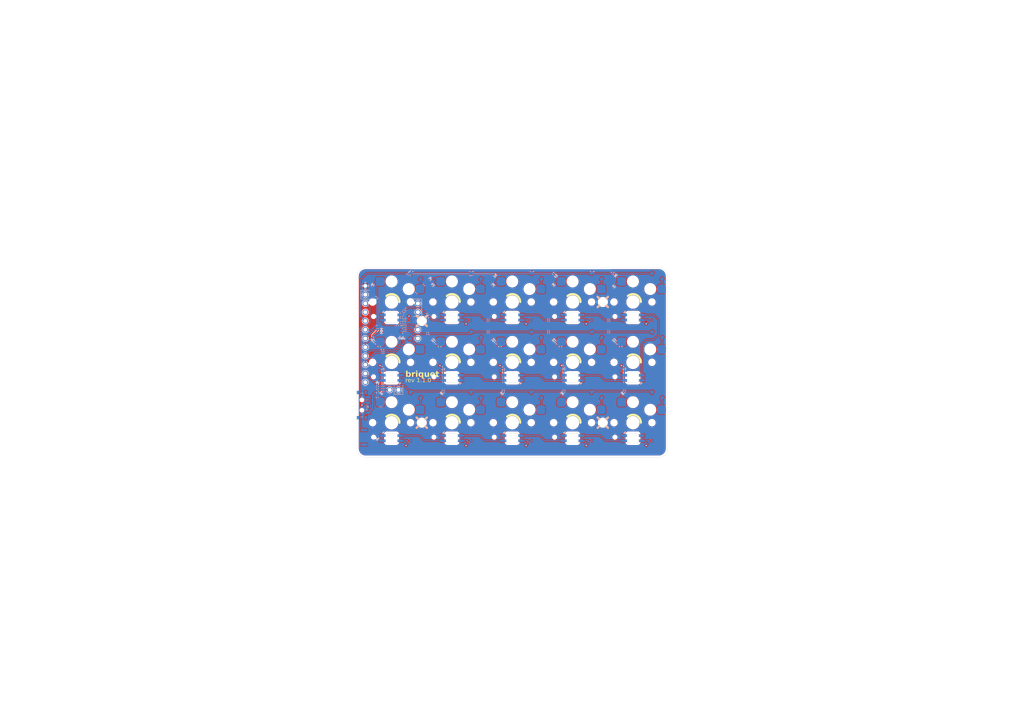
<source format=kicad_pcb>
(kicad_pcb (version 20221018) (generator pcbnew)
  (layers (0 "F.Cu" signal) (31 "B.Cu" signal) (34 "B.Paste" user) (35 "F.Paste" user) (36 "B.SilkS" user "B.Silkscreen") (37 "F.SilkS" user "F.Silkscreen") (38 "B.Mask" user) (39 "F.Mask" user) (44 "Edge.Cuts" user))
  (net 0 "")
  (net 1 "GND")
  (net 2 "+5V")
  (net 3 "Net-(D1-A)")
  (net 4 "COL01")
  (net 5 "Net-(D4-A)")
  (net 6 "COL02")
  (net 7 "Net-(D7-A)")
  (net 8 "COL03")
  (net 9 "Net-(D10-A)")
  (net 10 "COL04")
  (net 11 "Net-(D13-A)")
  (net 12 "COL05")
  (net 13 "Net-(D2-A)")
  (net 14 "Net-(D5-A)")
  (net 15 "Net-(D8-A)")
  (net 16 "Net-(D11-A)")
  (net 17 "Net-(D14-A)")
  (net 18 "Net-(D3-A)")
  (net 19 "Net-(D6-A)")
  (net 20 "Net-(D9-A)")
  (net 21 "Net-(D12-A)")
  (net 22 "Net-(D15-A)")
  (net 23 "ROW01")
  (net 24 "ROW02")
  (net 25 "ROW03")
  (net 26 "Net-(LED1-DOUT)")
  (net 27 "Net-(LED2-DOUT)")
  (net 28 "Net-(LED3-DOUT)")
  (net 29 "Net-(LED4-DOUT)")
  (net 30 "LED_DATA")
  (net 31 "Net-(LED11-DIN)")
  (net 32 "Net-(LED6-DIN)")
  (net 33 "Net-(LED7-DIN)")
  (net 34 "Net-(LED10-DIN)")
  (net 35 "Net-(LED11-DOUT)")
  (net 36 "Net-(LED12-DOUT)")
  (net 37 "Net-(LED13-DOUT)")
  (net 38 "Net-(LED14-DOUT)")
  (net 39 "RST")
  (net 40 "3.3V")
  (net 41 "BAT_IN")
  (net 43 "Net-(LED8-DIN)")
  (net 44 "Net-(LED10-DOUT)")
  (footprint "Briquet:Mount" (layer "F.Cu") (at 174.75 87.5)
    (fp_text reference "H4" hide)
    (fp_text value "MountingHole" hide)
  )
  (footprint "Briquet:Mount" (layer "F.Cu") (at 122.25 93)
    (fp_text reference "H3" hide)
    (fp_text value "MountingHole" hide)
  )
  (footprint "Briquet:Mount" (layer "F.Cu") (at 174.75 122.5)
    (fp_text reference "H2" hide)
    (fp_text value "MountingHole" hide)
  )
  (footprint "Briquet:NiceNanoCustom" (layer "F.Cu") (at 113.5 77.5)
    (fp_text reference "J1" hide)
    (fp_text value "NiceNanoCustom")
  )
  (footprint "Briquet:Mount" (layer "F.Cu") (at 122.25 122.5)
    (fp_text reference "H1" hide)
    (fp_text value "MountingHole" hide)
  )
  (footprint "Briquet:Led" (layer "B.Cu") (at 131 92 180)
    (fp_text reference "LED2" hide)
    (fp_text value "SK6812MINI" hide)
    (fp_line (start -1.675 -1.15) (end -1.675 1.15) (stroke (width 0.05)) (layer "Edge.Cuts"))
    (fp_line (start -1.35 1.475) (end 1.35 1.475) (stroke (width 0.05)) (layer "Edge.Cuts"))
    (fp_line (start 1.35 -1.475) (end -1.35 -1.475) (stroke (width 0.05)) (layer "Edge.Cuts"))
    (fp_line (start 1.675 1.15) (end 1.675 -1.15) (stroke (width 0.05)) (layer "Edge.Cuts"))
    (fp_arc (start -1.675 -1.15) (mid -1.579809 -1.379809) (end -1.35 -1.475) (stroke (width 0.05)) (layer "Edge.Cuts"))
    (fp_arc (start -1.35 1.475) (mid -1.579809 1.379809) (end -1.675 1.15) (stroke (width 0.05)) (layer "Edge.Cuts"))
    (fp_arc (start 1.35 -1.475) (mid 1.57981 -1.37981) (end 1.675 -1.15) (stroke (width 0.05)) (layer "Edge.Cuts"))
    (fp_arc (start 1.675 1.15) (mid 1.57981 1.37981) (end 1.35 1.475) (stroke (width 0.05)) (layer "Edge.Cuts"))
  )
  (footprint "Briquet:ChocHotSwap" (layer "B.Cu") (at 183.5 87.5)
    (fp_text reference "CHOC5" hide)
    (fp_text value "CHOC" hide)
  )
  (footprint "Briquet:Led" (layer "B.Cu") (at 113.5 127 180)
    (fp_text reference "LED11" hide)
    (fp_text value "SK6812MINI" hide)
    (fp_line (start -1.675 -1.15) (end -1.675 1.15) (stroke (width 0.05)) (layer "Edge.Cuts"))
    (fp_line (start -1.35 1.475) (end 1.35 1.475) (stroke (width 0.05)) (layer "Edge.Cuts"))
    (fp_line (start 1.35 -1.475) (end -1.35 -1.475) (stroke (width 0.05)) (layer "Edge.Cuts"))
    (fp_line (start 1.675 1.15) (end 1.675 -1.15) (stroke (width 0.05)) (layer "Edge.Cuts"))
    (fp_arc (start -1.675 -1.15) (mid -1.579809 -1.379809) (end -1.35 -1.475) (stroke (width 0.05)) (layer "Edge.Cuts"))
    (fp_arc (start -1.35 1.475) (mid -1.579809 1.379809) (end -1.675 1.15) (stroke (width 0.05)) (layer "Edge.Cuts"))
    (fp_arc (start 1.35 -1.475) (mid 1.57981 -1.37981) (end 1.675 -1.15) (stroke (width 0.05)) (layer "Edge.Cuts"))
    (fp_arc (start 1.675 1.15) (mid 1.57981 1.37981) (end 1.35 1.475) (stroke (width 0.05)) (layer "Edge.Cuts"))
  )
  (footprint "Diode_SMD:D_SOD-123" (layer "B.Cu") (at 173 80 -30)
    (fp_text reference "D4" hide)
    (fp_text value "D_Small")
  )
  (footprint "Capacitor_SMD:C_0402_1005Metric" (layer "B.Cu") (at 128.019998 107.5)
    (fp_text reference "C7" hide)
    (fp_text value "0.1u")
  )
  (footprint "Briquet:ChocHotSwap" (layer "B.Cu") (at 148.5 87.5)
    (fp_text reference "CHOC3" hide)
    (fp_text value "CHOC" hide)
  )
  (footprint "Briquet:Led" (layer "B.Cu") (at 113.5 92 180)
    (fp_text reference "LED1" hide)
    (fp_text value "SK6812MINI" hide)
    (fp_line (start -1.675 -1.15) (end -1.675 1.15) (stroke (width 0.05)) (layer "Edge.Cuts"))
    (fp_line (start -1.35 1.475) (end 1.35 1.475) (stroke (width 0.05)) (layer "Edge.Cuts"))
    (fp_line (start 1.35 -1.475) (end -1.35 -1.475) (stroke (width 0.05)) (layer "Edge.Cuts"))
    (fp_line (start 1.675 1.15) (end 1.675 -1.15) (stroke (width 0.05)) (layer "Edge.Cuts"))
    (fp_arc (start -1.675 -1.15) (mid -1.579809 -1.379809) (end -1.35 -1.475) (stroke (width 0.05)) (layer "Edge.Cuts"))
    (fp_arc (start -1.35 1.475) (mid -1.579809 1.379809) (end -1.675 1.15) (stroke (width 0.05)) (layer "Edge.Cuts"))
    (fp_arc (start 1.35 -1.475) (mid 1.57981 -1.37981) (end 1.675 -1.15) (stroke (width 0.05)) (layer "Edge.Cuts"))
    (fp_arc (start 1.675 1.15) (mid 1.57981 1.37981) (end 1.35 1.475) (stroke (width 0.05)) (layer "Edge.Cuts"))
  )
  (footprint "Capacitor_SMD:C_0402_1005Metric" (layer "B.Cu") (at 118.379999 92.75 180)
    (fp_text reference "C1" hide)
    (fp_text value "0.1u" hide)
  )
  (footprint "Diode_SMD:D_SOD-123" (layer "B.Cu") (at 120.5 114.5 -30)
    (fp_text reference "D11" hide)
    (fp_text value "D_Small")
  )
  (footprint "Briquet:ChocHotSwap" (layer "B.Cu") (at 148.5 105)
    (fp_text reference "CHOC8" hide)
    (fp_text value "CHOC" hide)
  )
  (footprint "Briquet:Led" (layer "B.Cu") (at 183.5 127 180)
    (fp_text reference "LED15" hide)
    (fp_text value "SK6812MINI" hide)
    (fp_line (start -1.675 -1.15) (end -1.675 1.15) (stroke (width 0.05)) (layer "Edge.Cuts"))
    (fp_line (start -1.35 1.475) (end 1.35 1.475) (stroke (width 0.05)) (layer "Edge.Cuts"))
    (fp_line (start 1.35 -1.475) (end -1.35 -1.475) (stroke (width 0.05)) (layer "Edge.Cuts"))
    (fp_line (start 1.675 1.15) (end 1.675 -1.15) (stroke (width 0.05)) (layer "Edge.Cuts"))
    (fp_arc (start -1.675 -1.15) (mid -1.579809 -1.379809) (end -1.35 -1.475) (stroke (width 0.05)) (layer "Edge.Cuts"))
    (fp_arc (start -1.35 1.475) (mid -1.579809 1.379809) (end -1.675 1.15) (stroke (width 0.05)) (layer "Edge.Cuts"))
    (fp_arc (start 1.35 -1.475) (mid 1.57981 -1.37981) (end 1.675 -1.15) (stroke (width 0.05)) (layer "Edge.Cuts"))
    (fp_arc (start 1.675 1.15) (mid 1.57981 1.37981) (end 1.35 1.475) (stroke (width 0.05)) (layer "Edge.Cuts"))
  )
  (footprint "Briquet:Led" (layer "B.Cu") (at 183.5 92 180)
    (fp_text reference "LED5" hide)
    (fp_text value "SK6812MINI" hide)
    (fp_line (start -1.675 -1.15) (end -1.675 1.15) (stroke (width 0.05)) (layer "Edge.Cuts"))
    (fp_line (start -1.35 1.475) (end 1.35 1.475) (stroke (width 0.05)) (layer "Edge.Cuts"))
    (fp_line (start 1.35 -1.475) (end -1.35 -1.475) (stroke (width 0.05)) (layer "Edge.Cuts"))
    (fp_line (start 1.675 1.15) (end 1.675 -1.15) (stroke (width 0.05)) (layer "Edge.Cuts"))
    (fp_arc (start -1.675 -1.15) (mid -1.579809 -1.379809) (end -1.35 -1.475) (stroke (width 0.05)) (layer "Edge.Cuts"))
    (fp_arc (start -1.35 1.475) (mid -1.579809 1.379809) (end -1.675 1.15) (stroke (width 0.05)) (layer "Edge.Cuts"))
    (fp_arc (start 1.35 -1.475) (mid 1.57981 -1.37981) (end 1.675 -1.15) (stroke (width 0.05)) (layer "Edge.Cuts"))
    (fp_arc (start 1.675 1.15) (mid 1.57981 1.37981) (end 1.35 1.475) (stroke (width 0.05)) (layer "Edge.Cuts"))
  )
  (footprint "Capacitor_SMD:C_0402_1005Metric" (layer "B.Cu") (at 135.98 127.75 180)
    (fp_text reference "C12" hide)
    (fp_text value "0.1u")
  )
  (footprint "Diode_SMD:D_SOD-123" (layer "B.Cu") (at 190.5 97 -30)
    (fp_text reference "D10" hide)
    (fp_text value "D_Small")
  )
  (footprint "Briquet:Led" (layer "B.Cu") (at 131 109.5)
    (fp_text reference "LED7" hide)
    (fp_text value "SK6812MINI" hide)
    (fp_line (start -1.675 -1.15) (end -1.675 1.15) (stroke (width 0.05)) (layer "Edge.Cuts"))
    (fp_line (start -1.35 1.475) (end 1.35 1.475) (stroke (width 0.05)) (layer "Edge.Cuts"))
    (fp_line (start 1.35 -1.475) (end -1.35 -1.475) (stroke (width 0.05)) (layer "Edge.Cuts"))
    (fp_line (start 1.675 1.15) (end 1.675 -1.15) (stroke (width 0.05)) (layer "Edge.Cuts"))
    (fp_arc (start -1.675 -1.15) (mid -1.579809 -1.379809) (end -1.35 -1.475) (stroke (width 0.05)) (layer "Edge.Cuts"))
    (fp_arc (start -1.35 1.475) (mid -1.579809 1.379809) (end -1.675 1.15) (stroke (width 0.05)) (layer "Edge.Cuts"))
    (fp_arc (start 1.35 -1.475) (mid 1.57981 -1.37981) (end 1.675 -1.15) (stroke (width 0.05)) (layer "Edge.Cuts"))
    (fp_arc (start 1.675 1.15) (mid 1.57981 1.37981) (end 1.35 1.475) (stroke (width 0.05)) (layer "Edge.Cuts"))
  )
  (footprint "Button_Switch_SMD:SW_Push_SPST_NO_Alps_SKRK" (layer "B.Cu") (at 105.5 126.75 -90)
    (fp_text reference "RST1" hide)
    (fp_text value "Reset Button" hide)
  )
  (footprint "Diode_SMD:D_SOD-123" (layer "B.Cu") (at 138 97 -30)
    (fp_text reference "D7" hide)
    (fp_text value "D_Small")
  )
  (footprint "Briquet:ChocHotSwap" (layer "B.Cu") (at 183.5 122.5)
    (fp_text reference "CHOC15" hide)
    (fp_text value "CHOC" hide)
  )
  (footprint "Diode_SMD:D_SOD-123" (layer "B.Cu") (at 173 97 -30)
    (fp_text reference "D9" hide)
    (fp_text value "D_Small")
  )
  (footprint "Capacitor_SMD:C_0402_1005Metric" (layer "B.Cu") (at 118.48 127.75 180)
    (fp_text reference "C11" hide)
    (fp_text value "0.1u")
  )
  (footprint "Capacitor_SMD:C_0402_1005Metric" (layer "B.Cu") (at 170.88 92.75 180)
    (fp_text reference "C4" hide)
    (fp_text value "0.1u")
  )
  (footprint "Diode_SMD:D_SOD-123" (layer "B.Cu") (at 173 114.5 -30)
    (fp_text reference "D14" hide)
    (fp_text value "D_Small")
  )
  (footprint "Briquet:Led" (layer "B.Cu") (at 113.5 109.5)
    (fp_text reference "LED6" hide)
    (fp_text value "SK6812MINI" hide)
    (fp_line (start -1.675 -1.15) (end -1.675 1.15) (stroke (width 0.05)) (layer "Edge.Cuts"))
    (fp_line (start -1.35 1.475) (end 1.35 1.475) (stroke (width 0.05)) (layer "Edge.Cuts"))
    (fp_line (start 1.35 -1.475) (end -1.35 -1.475) (stroke (width 0.05)) (layer "Edge.Cuts"))
    (fp_line (start 1.675 1.15) (end 1.675 -1.15) (stroke (width 0.05)) (layer "Edge.Cuts"))
    (fp_arc (start -1.675 -1.15) (mid -1.579809 -1.379809) (end -1.35 -1.475) (stroke (width 0.05)) (layer "Edge.Cuts"))
    (fp_arc (start -1.35 1.475) (mid -1.579809 1.379809) (end -1.675 1.15) (stroke (width 0.05)) (layer "Edge.Cuts"))
    (fp_arc (start 1.35 -1.475) (mid 1.57981 -1.37981) (end 1.675 -1.15) (stroke (width 0.05)) (layer "Edge.Cuts"))
    (fp_arc (start 1.675 1.15) (mid 1.57981 1.37981) (end 1.35 1.475) (stroke (width 0.05)) (layer "Edge.Cuts"))
  )
  (footprint "Briquet:ChocHotSwap" (layer "B.Cu") (at 131 105)
    (fp_text reference "CHOC7" hide)
    (fp_text value "CHOC" hide)
  )
  (footprint "Briquet:BatConnection" (layer "B.Cu") (at 115.4975 113 -90)
    (fp_text reference "J2" hide)
    (fp_text value "Conn_01x02")
  )
  (footprint "Briquet:ChocHotSwap" (layer "B.Cu") (at 113.5 122.5)
    (fp_text reference "CHOC11" hide)
    (fp_text value "CHOC" hide)
  )
  (footprint "Diode_SMD:D_SOD-123" (layer "B.Cu") (at 190.5 80 -30)
    (fp_text reference "D5" hide)
    (fp_text value "D_Small")
  )
  (footprint "Briquet:Led" (layer "B.Cu") (at 183.5 109.5)
    (fp_text reference "LED10" hide)
    (fp_text value "SK6812MINI" hide)
    (fp_line (start -1.675 -1.15) (end -1.675 1.15) (stroke (width 0.05)) (layer "Edge.Cuts"))
    (fp_line (start -1.35 1.475) (end 1.35 1.475) (stroke (width 0.05)) (layer "Edge.Cuts"))
    (fp_line (start 1.35 -1.475) (end -1.35 -1.475) (stroke (width 0.05)) (layer "Edge.Cuts"))
    (fp_line (start 1.675 1.15) (end 1.675 -1.15) (stroke (width 0.05)) (layer "Edge.Cuts"))
    (fp_arc (start -1.675 -1.15) (mid -1.579809 -1.379809) (end -1.35 -1.475) (stroke (width 0.05)) (layer "Edge.Cuts"))
    (fp_arc (start -1.35 1.475) (mid -1.579809 1.379809) (end -1.675 1.15) (stroke (width 0.05)) (layer "Edge.Cuts"))
    (fp_arc (start 1.35 -1.475) (mid 1.57981 -1.37981) (end 1.675 -1.15) (stroke (width 0.05)) (layer "Edge.Cuts"))
    (fp_arc (start 1.675 1.15) (mid 1.57981 1.37981) (end 1.35 1.475) (stroke (width 0.05)) (layer "Edge.Cuts"))
  )
  (footprint "Capacitor_SMD:C_0402_1005Metric" (layer "B.Cu") (at 153.38 92.749999 180)
    (fp_text reference "C3" hide)
    (fp_text value "0.1u")
  )
  (footprint "Briquet:ChocHotSwap" (layer "B.Cu") (at 148.5 122.5)
    (fp_text reference "CHOC13" hide)
    (fp_text value "CHOC" hide)
  )
  (footprint "Briquet:Led" (layer "B.Cu") (at 131 127 180)
    (fp_text reference "LED12" hide)
    (fp_text value "SK6812MINI" hide)
    (fp_line (start -1.675 -1.15) (end -1.675 1.15) (stroke (width 0.05)) (layer "Edge.Cuts"))
    (fp_line (start -1.35 1.475) (end 1.35 1.475) (stroke (width 0.05)) (layer "Edge.Cuts"))
    (fp_line (start 1.35 -1.475) (end -1.35 -1.475) (stroke (width 0.05)) (layer "Edge.Cuts"))
    (fp_line (start 1.675 1.15) (end 1.675 -1.15) (stroke (width 0.05)) (layer "Edge.Cuts"))
    (fp_arc (start -1.675 -1.15) (mid -1.579809 -1.379809) (end -1.35 -1.475) (stroke (width 0.05)) (layer "Edge.Cuts"))
    (fp_arc (start -1.35 1.475) (mid -1.579809 1.379809) (end -1.675 1.15) (stroke (width 0.05)) (layer "Edge.Cuts"))
    (fp_arc (start 1.35 -1.475) (mid 1.57981 -1.37981) (end 1.675 -1.15) (stroke (width 0.05)) (layer "Edge.Cuts"))
    (fp_arc (start 1.675 1.15) (mid 1.57981 1.37981) (end 1.35 1.475) (stroke (width 0.05)) (layer "Edge.Cuts"))
  )
  (footprint "Briquet:Led" (layer "B.Cu") (at 148.5 109.5)
    (fp_text reference "LED8" hide)
    (fp_text value "SK6812MINI" hide)
    (fp_line (start -1.675 -1.15) (end -1.675 1.15) (stroke (width 0.05)) (layer "Edge.Cuts"))
    (fp_line (start -1.35 1.475) (end 1.35 1.475) (stroke (width 0.05)) (layer "Edge.Cuts"))
    (fp_line (start 1.35 -1.475) (end -1.35 -1.475) (stroke (width 0.05)) (layer "Edge.Cuts"))
    (fp_line (start 1.675 1.15) (end 1.675 -1.15) (stroke (width 0.05)) (layer "Edge.Cuts"))
    (fp_arc (start -1.675 -1.15) (mid -1.579809 -1.379809) (end -1.35 -1.475) (stroke (width 0.05)) (layer "Edge.Cuts"))
    (fp_arc (start -1.35 1.475) (mid -1.579809 1.379809) (end -1.675 1.15) (stroke (width 0.05)) (layer "Edge.Cuts"))
    (fp_arc (start 1.35 -1.475) (mid 1.57981 -1.37981) (end 1.675 -1.15) (stroke (width 0.05)) (layer "Edge.Cuts"))
    (fp_arc (start 1.675 1.15) (mid 1.57981 1.37981) (end 1.35 1.475) (stroke (width 0.05)) (layer "Edge.Cuts"))
  )
  (footprint "Briquet:Led" (layer "B.Cu") (at 148.5 127 180)
    (fp_text reference "LED13" hide)
    (fp_text value "SK6812MINI" hide)
    (fp_line (start -1.675 -1.15) (end -1.675 1.15) (stroke (width 0.05)) (layer "Edge.Cuts"))
    (fp_line (start -1.35 1.475) (end 1.35 1.475) (stroke (width 0.05)) (layer "Edge.Cuts"))
    (fp_line (start 1.35 -1.475) (end -1.35 -1.475) (stroke (width 0.05)) (layer "Edge.Cuts"))
    (fp_line (start 1.675 1.15) (end 1.675 -1.15) (stroke (width 0.05)) (layer "Edge.Cuts"))
    (fp_arc (start -1.675 -1.15) (mid -1.579809 -1.379809) (end -1.35 -1.475) (stroke (width 0.05)) (layer "Edge.Cuts"))
    (fp_arc (start -1.35 1.475) (mid -1.579809 1.379809) (end -1.675 1.15) (stroke (width 0.05)) (layer "Edge.Cuts"))
    (fp_arc (start 1.35 -1.475) (mid 1.57981 -1.37981) (end 1.675 -1.15) (stroke (width 0.05)) (layer "Edge.Cuts"))
    (fp_arc (start 1.675 1.15) (mid 1.57981 1.37981) (end 1.35 1.475) (stroke (width 0.05)) (layer "Edge.Cuts"))
  )
  (footprint "Briquet:ChocHotSwap" (layer "B.Cu") (at 113.5 105)
    (fp_text reference "CHOC6" hide)
    (fp_text value "CHOC" hide)
  )
  (footprint "Briquet:Led" (layer "B.Cu") (at 166 92 180)
    (fp_text reference "LED4" hide)
    (fp_text value "SK6812MINI" hide)
    (fp_line (start -1.675 -1.15) (end -1.675 1.15) (stroke (width 0.05)) (layer "Edge.Cuts"))
    (fp_line (start -1.35 1.475) (end 1.35 1.475) (stroke (width 0.05)) (layer "Edge.Cuts"))
    (fp_line (start 1.35 -1.475) (end -1.35 -1.475) (stroke (width 0.05)) (layer "Edge.Cuts"))
    (fp_line (start 1.675 1.15) (end 1.675 -1.15) (stroke (width 0.05)) (layer "Edge.Cuts"))
    (fp_arc (start -1.675 -1.15) (mid -1.579809 -1.379809) (end -1.35 -1.475) (stroke (width 0.05)) (layer "Edge.Cuts"))
    (fp_arc (start -1.35 1.475) (mid -1.579809 1.379809) (end -1.675 1.15) (stroke (width 0.05)) (layer "Edge.Cuts"))
    (fp_arc (start 1.35 -1.475) (mid 1.57981 -1.37981) (end 1.675 -1.15) (stroke (width 0.05)) (layer "Edge.Cuts"))
    (fp_arc (start 1.675 1.15) (mid 1.57981 1.37981) (end 1.35 1.475) (stroke (width 0.05)) (layer "Edge.Cuts"))
  )
  (footprint "Briquet:Led" (layer "B.Cu") (at 166 127 180)
    (fp_text reference "LED14" hide)
    (fp_text value "SK6812MINI" hide)
    (fp_line (start -1.675 -1.15) (end -1.675 1.15) (stroke (width 0.05)) (layer "Edge.Cuts"))
    (fp_line (start -1.35 1.475) (end 1.35 1.475) (stroke (width 0.05)) (layer "Edge.Cuts"))
    (fp_line (start 1.35 -1.475) (end -1.35 -1.475) (stroke (width 0.05)) (layer "Edge.Cuts"))
    (fp_line (start 1.675 1.15) (end 1.675 -1.15) (stroke (width 0.05)) (layer "Edge.Cuts"))
    (fp_arc (start -1.675 -1.15) (mid -1.579809 -1.379809) (end -1.35 -1.475) (stroke (width 0.05)) (layer "Edge.Cuts"))
    (fp_arc (start -1.35 1.475) (mid -1.579809 1.379809) (end -1.675 1.15) (stroke (width 0.05)) (layer "Edge.Cuts"))
    (fp_arc (start 1.35 -1.475) (mid 1.57981 -1.37981) (end 1.675 -1.15) (stroke (width 0.05)) (layer "Edge.Cuts"))
    (fp_arc (start 1.675 1.15) (mid 1.57981 1.37981) (end 1.35 1.475) (stroke (width 0.05)) (layer "Edge.Cuts"))
  )
  (footprint "Diode_SMD:D_SOD-123" (layer "B.Cu") (at 155.5 80 -30)
    (fp_text reference "D3" hide)
    (fp_text value "D_Small")
  )
  (footprint "Capacitor_SMD:C_0402_1005Metric" (layer "B.Cu") (at 135.88 92.75 180)
    (fp_text reference "C2" hide)
    (fp_text value "0.1u" hide)
  )
  (footprint "Briquet:ChocHotSwap" (layer "B.Cu") (at 166 122.5)
    (fp_text reference "CHOC14" hide)
    (fp_text value "CHOC" hide)
  )
  (footprint "Diode_SMD:D_SOD-123" (layer "B.Cu") (at 120.5 80 -30)
    (fp_text reference "D1" hide)
    (fp_text value "D_Small")
  )
  (footprint "Capacitor_SMD:C_0402_1005Metric" (layer "B.Cu") (at 145.519999 107.500001)
    (fp_text reference "C8" hide)
    (fp_text value "0.1u")
  )
  (footprint "Briquet:ChocHotSwap" (layer "B.Cu") (at 113.5 87.5)
    (fp_text reference "CHOC1" hide)
    (fp_text value "CHOC" hide)
  )
  (footprint "Capacitor_SMD:C_0402_1005Metric" (layer "B.Cu") (at 170.98 127.75 180)
    (fp_text reference "C14" hide)
    (fp_text value "0.1u")
  )
  (footprint "Briquet:ChocHotSwap" (layer "B.Cu") (at 131 122.5)
    (fp_text reference "CHOC12" hide)
    (fp_text value "CHOC" hide)
  )
  (footprint "Briquet:PCM12_dip_switch" (layer "B.Cu") (at 103.5 117.5 90)
    (fp_text reference "SW13" hide)
    (fp_text value "SW_DPDT_x2")
  )
  (footprint "Capacitor_SMD:C_0402_1005Metric" (layer "B.Cu") (at 163.02 107.5)
    (fp_text reference "C9" hide)
    (fp_text value "0.1u")
  )
  (footprint "Diode_SMD:D_SOD-123" (layer "B.Cu") (at 138 114.5 -30)
    (fp_text reference "D114,5" hide)
    (fp_text value "D_Small")
  )
  (footprint "Briquet:ChocHotSwap" (layer "B.Cu") (at 166 105)
    (fp_text reference "CHOC9" hide)
    (fp_text value "CHOC" hide)
  )
  (footprint "Briquet:Led" (layer "B.Cu") (at 166 109.5)
    (fp_text reference "LED9" hide)
    (fp_text value "SK6812MINI" hide)
    (fp_line (start -1.675 -1.15) (end -1.675 1.15) (stroke (width 0.05)) (layer "Edge.Cuts"))
    (fp_line (start -1.35 1.475) (end 1.35 1.475) (stroke (width 0.05)) (layer "Edge.Cuts"))
    (fp_line (start 1.35 -1.475) (end -1.35 -1.475) (stroke (width 0.05)) (layer "Edge.Cuts"))
    (fp_line (start 1.675 1.15) (end 1.675 -1.15) (stroke (width 0.05)) (layer "Edge.Cuts"))
    (fp_arc (start -1.675 -1.15) (mid -1.579809 -1.379809) (end -1.35 -1.475) (stroke (width 0.05)) (layer "Edge.Cuts"))
    (fp_arc (start -1.35 1.475) (mid -1.579809 1.379809) (end -1.675 1.15) (stroke (width 0.05)) (layer "Edge.Cuts"))
    (fp_arc (start 1.35 -1.475) (mid 1.57981 -1.37981) (end 1.675 -1.15) (stroke (width 0.05)) (layer "Edge.Cuts"))
    (fp_arc (start 1.675 1.15) (mid 1.57981 1.37981) (end 1.35 1.475) (stroke (width 0.05)) (layer "Edge.Cuts"))
  )
  (footprint "Capacitor_SMD:C_0402_1005Metric" (layer "B.Cu") (at 188.48 127.75 180)
    (fp_text reference "C15" hide)
    (fp_text value "0.1u")
  )
  (footprint "Briquet:Led" (layer "B.Cu") (at 148.5 92 180)
    (fp_text reference "LED3" hide)
    (fp_text value "SK6812MINI" hide)
    (fp_line (start -1.675 -1.15) (end -1.675 1.15) (stroke (width 0.05)) (layer "Edge.Cuts"))
    (fp_line (start -1.35 1.475) (end 1.35 1.475) (stroke (width 0.05)) (layer "Edge.Cuts"))
    (fp_line (start 1.35 -1.475) (end -1.35 -1.475) (stroke (width 0.05)) (layer "Edge.Cuts"))
    (fp_line (start 1.675 1.15) (end 1.675 -1.15) (stroke (width 0.05)) (layer "Edge.Cuts"))
    (fp_arc (start -1.675 -1.15) (mid -1.579809 -1.379809) (end -1.35 -1.475) (stroke (width 0.05)) (layer "Edge.Cuts"))
    (fp_arc (start -1.35 1.475) (mid -1.579809 1.379809) (end -1.675 1.15) (stroke (width 0.05)) (layer "Edge.Cuts"))
    (fp_arc (start 1.35 -1.475) (mid 1.57981 -1.37981) (end 1.675 -1.15) (stroke (width 0.05)) (layer "Edge.Cuts"))
    (fp_arc (start 1.675 1.15) (mid 1.57981 1.37981) (end 1.35 1.475) (stroke (width 0.05)) (layer "Edge.Cuts"))
  )
  (footprint "Capacitor_SMD:C_0402_1005Metric" (layer "B.Cu") (at 180.52 107.5)
    (fp_text reference "C10" hide)
    (fp_text value "0.1u")
  )
  (footprint "Capacitor_SMD:C_0402_1005Metric" (layer "B.Cu") (at 188.38 92.75 180)
    (fp_text reference "C5" hide)
    (fp_text value "0.1u")
  )
  (footprint "Diode_SMD:D_SOD-123" (layer "B.Cu") (at 138 80 -30)
    (fp_text reference "D2" hide)
    (fp_text value "D_Small")
  )
  (footprint "Briquet:ChocHotSwap" (layer "B.Cu") (at 183.5 105)
    (fp_text reference "CHOC10" hide)
    (fp_text value "CHOC" hide)
  )
  (footprint "Briquet:ChocHotSwap" (layer "B.Cu") (at 131 87.5)
    (fp_text reference "CHOC2" hide)
    (fp_text value "CHOC" hide)
  )
  (footprint "Capacitor_SMD:C_0402_1005Metric" (layer "B.Cu") (at 153.48 127.75 180)
    (fp_text reference "C13" hide)
    (fp_text value "0.1u")
  )
  (footprint "Diode_SMD:D_SOD-123" (layer "B.Cu") (at 190.5 114.5 -30)
    (fp_text reference "D15" hide)
    (fp_text value "D_Small")
  )
  (footprint "Diode_SMD:D_SOD-123" (layer "B.Cu") (at 155.5 97 -30)
    (fp_text reference "D8" hide)
    (fp_text value "D_Small")
  )
  (footprint "Diode_SMD:D_SOD-123" (layer "B.Cu") (at 155.5 114.5 -30)
    (fp_text reference "D114,5" hide)
    (fp_text value "D_Small")
  )
  (footprint "Capacitor_SMD:C_0402_1005Metric" (layer "B.Cu") (at 110.519999 107.5)
    (fp_text reference "C6" hide)
    (fp_text value "0.1u")
  )
  (footprint "Briquet:ChocHotSwap" (layer "B.Cu") (at 166 87.5)
    (fp_text reference "CHOC4" hide)
    (fp_text value "CHOC" hide)
  )
  (footprint "Diode_SMD:D_SOD-123" (layer "B.Cu") (at 117.692397 97 -45)
    (fp_text reference "D6" hide)
    (fp_text value "D_Small")
  )
  (gr_line (start 191 77.5) (end 106 77.5) (stroke (width 0.05)) (layer "Edge.Cuts"))
  (gr_line (start 103.5 80) (end 103.5 130) (stroke (width 0.05)) (layer "Edge.Cuts"))
  (gr_line (start 193.5 130) (end 193.5 80) (stroke (width 0.05)) (layer "Edge.Cuts"))
  (gr_arc (start 193.5 130) (mid 192.767767 131.767767) (end 191 132.5) (stroke (width 0.05)) (layer "Edge.Cuts"))
  (gr_arc (start 106 132.5) (mid 104.232233 131.767767) (end 103.5 130) (stroke (width 0.05)) (layer "Edge.Cuts"))
  (gr_arc (start 191 77.5) (mid 192.767767 78.232233) (end 193.5 80) (stroke (width 0.05)) (layer "Edge.Cuts"))
  (gr_arc (start 103.5 80) (mid 104.232233 78.232233) (end 106 77.5) (stroke (width 0.05)) (layer "Edge.Cuts"))
  (gr_line (start 106 132.5) (end 191 132.5) (stroke (width 0.05)) (layer "Edge.Cuts"))
  (gr_text "rev 1.1.0" (at 117.51 110.95) (layer "F.SilkS") (effects (font (size 1.2 1.2)) (justify left bottom)))
  (gr_text "briquet" (at 117.5 109.5) (layer "F.SilkS") (effects (font (size 1.7 1.7) (thickness 0.3) bold) (justify left bottom)))
  (segment (start 105.88 82.834) (end 104.88 81.834) (width 0.75) (layer "F.Cu") (net 2))
  (segment (start 104.88 83.834) (end 105.88 82.834) (width 0.75) (layer "F.Cu") (net 2))
  (segment (start 105.88 82.834) (end 106.88 81.834) (width 0.75) (layer "F.Cu") (net 2))
  (segment (start 105.88 82.834) (end 106.88 83.834) (width 0.75) (layer "F.Cu") (net 2))
  (via (at 180.145671 105.902495) (size 0.6) (drill 0.3) (layers "F.Cu" "B.Cu") (net 2))
  (via (at 152.518383 129.110298) (size 0.6) (drill 0.3) (layers "F.Cu" "B.Cu") (net 2))
  (via (at 106.7 117.9) (size 0.6) (drill 0.3) (layers "F.Cu" "B.Cu") (net 2))
  (via (at 144.928104 105.902495) (size 0.6) (drill 0.3) (layers "F.Cu" "B.Cu") (net 2))
  (via (at 162.787584 105.902495) (size 0.6) (drill 0.3) (layers "F.Cu" "B.Cu") (net 2))
  (via (at 104.9 117.4) (size 0.6) (drill 0.3) (layers "F.Cu" "B.Cu") (net 2))
  (via (at 187.344369 93.837825) (size 0.6) (drill 0.3) (layers "F.Cu" "B.Cu") (net 2))
  (via (at 117.692397 129.110298) (size 0.6) (drill 0.3) (layers "F.Cu" "B.Cu") (net 2))
  (via (at 187.344369 129.110298) (size 0.6) (drill 0.3) (layers "F.Cu" "B.Cu") (net 2))
  (via (at 152.518383 93.837825) (size 0.6) (drill 0.3) (layers "F.Cu" "B.Cu") (net 2))
  (via (at 169.931376 93.837825) (size 0.6) (drill 0.3) (layers "F.Cu" "B.Cu") (net 2))
  (via (at 118.585371 91.60539) (size 0.6) (drill 0.3) (layers "F.Cu" "B.Cu") (net 2))
  (via (at 135.10539 129.110298) (size 0.6) (drill 0.3) (layers "F.Cu" "B.Cu") (net 2))
  (via (at 169.931376 129.110298) (size 0.6) (drill 0.3) (layers "F.Cu" "B.Cu") (net 2))
  (via (at 110.102118 105.902495) (size 0.6) (drill 0.3) (layers "F.Cu" "B.Cu") (net 2))
  (via (at 135.10539 93.837825) (size 0.6) (drill 0.3) (layers "F.Cu" "B.Cu") (net 2))
  (via (at 127.515111 105.902495) (size 0.6) (drill 0.3) (layers "F.Cu" "B.Cu") (net 2))
  (segment (start 188 128.454667) (end 187.344369 129.110298) (width 0.3) (layer "B.Cu") (net 2))
  (segment (start 117.899999 92.290762) (end 118.585371 91.60539) (width 0.3) (layer "B.Cu") (net 2))
  (segment (start 106.7 117.9) (end 106.66 117.86) (width 0.5) (layer "B.Cu") (net 2))
  (segment (start 117.899999 92.75) (end 117.899999 92.290762) (width 0.3) (layer "B.Cu") (net 2))
  (segment (start 187.9 93.282194) (end 187.344369 93.837825) (width 0.3) (layer "B.Cu") (net 2))
  (segment (start 106.66 117.86) (end 106.66 116.65) (width 0.5) (layer "B.Cu") (net 2))
  (segment (start 110.999999 108.700001) (end 110.95 108.75) (width 0.3) (layer "B.Cu") (net 2))
  (segment (start 181 107.5) (end 181 108.7) (width 0.3) (layer "B.Cu") (net 2))
  (segment (start 128.499998 107.5) (end 128.499998 108.700002) (width 0.3) (layer "B.Cu") (net 2))
  (segment (start 110.102118 105.902495) (end 110.999999 106.800376) (width 0.3) (layer "B.Cu") (net 2))
  (segment (start 181 106.756824) (end 181 107.5) (width 0.3) (layer "B.Cu") (net 2))
  (segment (start 106.66 116.65) (end 105.65 116.65) (width 0.5) (layer "B.Cu") (net 2))
  (segment (start 118 128.802695) (end 118 127.75) (width 0.3) (layer "B.Cu") (net 2))
  (segment (start 144.928104 105.902495) (end 145.999999 106.97439) (width 0.3) (layer "B.Cu") (net 2))
  (segment (start 135.4 92.75) (end 135.4 93.543215) (width 0.3) (layer "B.Cu") (net 2))
  (segment (start 128.499998 106.887382) (end 128.499998 107.5) (width 0.3) (layer "B.Cu") (net 2))
  (segment (start 152.9 93.456208) (end 152.518383 93.837825) (width 0.3) (layer "B.Cu") (net 2))
  (segment (start 153 127.75) (end 153 128.628681) (width 0.3) (layer "B.Cu") (net 2))
  (segment (start 188 127.75) (end 186.05 127.75) (width 0.3) (layer "B.Cu") (net 2))
  (segment (start 117.899999 92.75) (end 116.05 92.75) (width 0.3) (layer "B.Cu") (net 2))
  (segment (start 105.65 116.65) (end 104.9 117.4) (width 0.5) (layer "B.Cu") (net 2))
  (segment (start 135.5 127.75) (end 135.5 128.715688) (width 0.3) (layer "B.Cu") (net 2))
  (segment (start 135.5 128.715688) (end 135.10539 129.110298) (width 0.3) (layer "B.Cu") (net 2))
  (segment (start 163.5 106.614911) (end 163.5 107.5) (width 0.3) (layer "B.Cu") (net 2))
  (segment (start 145.999999 108.700001) (end 145.95 108.75) (width 0.3) (layer "B.Cu") (net 2))
  (segment (start 118 127.75) (end 116.05 127.75) (width 0.3) (layer "B.Cu") (net 2))
  (segment (start 152.9 92.749999) (end 152.9 93.456208) (width 0.3) (layer "B.Cu") (net 2))
  (segment (start 135.4 92.75) (end 133.55 92.75) (width 0.3) (layer "B.Cu") (net 2))
  (segment (start 180.145671 105.902495) (end 181 106.756824) (width 0.3) (layer "B.Cu") (net 2))
  (segment (start 169.931376 129.110298) (end 170.5 128.541674) (width 0.3) (layer "B.Cu") (net 2))
  (segment (start 145.999999 107.500001) (end 145.999999 108.700001) (width 0.3) (layer "B.Cu") (net 2))
  (segment (start 170.5 127.75) (end 168.55 127.75) (width 0.3) (layer "B.Cu") (net 2))
  (segment (start 127.515111 105.902495) (end 128.499998 106.887382) (width 0.3) (layer "B.Cu") (net 2))
  (segment (start 110.999999 106.800376) (end 110.999999 107.5) (width 0.3) (layer "B.Cu") (net 2))
  (segment (start 117.692397 129.110298) (end 118 128.802695) (width 0.3) (layer "B.Cu") (net 2))
  (segment (start 128.499998 108.700002) (end 128.45 108.75) (width 0.3) (layer "B.Cu") (net 2))
  (segment (start 135.5 127.75) (end 133.55 127.75) (width 0.3) (layer "B.Cu") (net 2))
  (segment (start 181 108.7) (end 180.95 108.75) (width 0.3) (layer "B.Cu") (net 2))
  (segment (start 153 127.75) (end 151.05 127.75) (width 0.3) (layer "B.Cu") (net 2))
  (segment (start 135.4 93.543215) (end 135.10539 93.837825) (width 0.3) (layer "B.Cu") (net 2))
  (segment (start 170.4 92.75) (end 168.55 92.75) (width 0.3) (layer "B.Cu") (net 2))
  (segment (start 163.5 108.7) (end 163.45 108.75) (width 0.3) (layer "B.Cu") (net 2))
  (segment (start 163.5 107.5) (end 163.5 108.7) (width 0.3) (layer "B.Cu") (net 2))
  (segment (start 152.9 92.749999) (end 151.05 92.75) (width 0.3) (layer "B.Cu") (net 2))
  (segment (start 162.787584 105.902495) (end 163.5 106.614911) (width 0.3) (layer "B.Cu") (net 2))
  (segment (start 187.9 92.75) (end 187.9 93.282194) (width 0.3) (layer "B.Cu") (net 2))
  (segment (start 187.9 92.75) (end 186.05 92.75) (width 0.3) (layer "B.Cu") (net 2))
  (segment (start 170.4 93.369201) (end 169.931376 93.837825) (width 0.3) (layer "B.Cu") (net 2))
  (segment (start 153 128.628681) (end 152.518383 129.110298) (width 0.3) (layer "B.Cu") (net 2))
  (segment (start 110.999999 107.5) (end 110.999999 108.700001) (width 0.3) (layer "B.Cu") (net 2))
  (segment (start 188 127.75) (end 188 128.454667) (width 0.3) (layer "B.Cu") (net 2))
  (segment (start 145.999999 106.97439) (end 145.999999 107.500001) (width 0.3) (layer "B.Cu") (net 2))
  (segment (start 170.4 92.75) (end 170.4 93.369201) (width 0.3) (layer "B.Cu") (net 2))
  (segment (start 170.5 128.541674) (end 170.5 127.75) (width 0.3) (layer "B.Cu") (net 2))
  (segment (start 121.928942 83.596058) (end 121.775001 83.749999) (width 0.3) (layer "B.Cu") (net 3))
  (segment (start 121.928942 80.825) (end 121.928942 83.596058) (width 0.3) (layer "B.Cu") (net 3))
  (segment (start 108 82.5) (end 108 85.3) (width 0.3) (layer "F.Cu") (net 4))
  (segment (start 111 101.5) (end 108 98.5) (width 0.3) (layer "F.Cu") (net 4))
  (segment (start 109.5 86.8) (end 109.5 95.6) (width 0.3) (layer "F.Cu") (net 4))
  (segment (start 110.5 114) (end 111 113.5) (width 0.3) (layer "F.Cu") (net 4))
  (segment (start 108 97.1) (end 108 98.5) (width 0.3) (layer "F.Cu") (net 4))
  (segment (start 108 85.3) (end 109.5 86.8) (width 0.3) (layer "F.Cu") (net 4))
  (segment (start 109.5 95.6) (end 108 97.1) (width 0.3) (layer "F.Cu") (net 4))
  (segment (start 111 113.5) (end 111 101.5) (width 0.3) (layer "F.Cu") (net 4))
  (via (at 108 98.5) (size 0.6) (drill 0.3) (layers "F.Cu" "B.Cu") (net 4))
  (via (at 108 82.5) (size 0.6) (drill 0.3) (layers "F.Cu" "B.Cu") (net 4))
  (via (at 110.5 114) (size 0.6) (drill 0.3) (layers "F.Cu" "B.Cu") (net 4))
  (segment (start 108.549999 99.049999) (end 108 98.5) (width 0.3) (layer "B.Cu") (net 4))
  (segment (start 109.24 88.02904) (end 109.24 93.974) (width 0.3) (layer "B.Cu") (net 4))
  (segment (start 109.250901 86.981859) (end 109.250901 88.018139) (width 0.3) (layer "B.Cu") (net 4))
  (segment (start 109.24 82.535) (end 109.24 86.970958) (width 0.3) (layer "B.Cu") (net 4))
  (segment (start 110.225001 114.274999) (end 110.5 114) (width 0.3) (layer "B.Cu") (net 4))
  (segment (start 110.225001 116.549999) (end 110.225001 114.274999) (width 0.3) (layer "B.Cu") (net 4))
  (segment (start 110.225001 81.549999) (end 109.24 82.535) (width 0.3) (layer "B.Cu") (net 4))
  (segment (start 109.250901 88.018139) (end 109.24 88.02904) (width 0.3) (layer "B.Cu") (net 4))
  (segment (start 109.24 86.970958) (end 109.250901 86.981859) (width 0.3) (layer "B.Cu") (net 4))
  (segment (start 110.225001 99.049999) (end 108.549999 99.049999) (width 0.3) (layer "B.Cu") (net 4))
  (segment (start 107.68 95.534) (end 105.88 95.534) (width 0.3) (layer "B.Cu") (net 4))
  (segment (start 109.24 93.974) (end 107.68 95.534) (width 0.3) (layer "B.Cu") (net 4))
  (segment (start 108.950001 81.549999) (end 108 82.5) (width 0.3) (layer "B.Cu") (net 4))
  (segment (start 110.225001 81.549999) (end 108.950001 81.549999) (width 0.3) (layer "B.Cu") (net 4))
  (segment (start 174.428942 80.825) (end 174.428942 83.596058) (width 0.3) (layer "B.Cu") (net 5))
  (segment (start 174.428942 83.596058) (end 174.275001 83.749999) (width 0.3) (layer "B.Cu") (net 5))
  (segment (start 125.5 82.5) (end 124 84) (width 0.3) (layer "F.Cu") (net 6))
  (segment (start 117.92 85.924) (end 119.57 85.924) (width 0.3) (layer "F.Cu") (net 6))
  (segment (start 124 84) (end 124 97) (width 0.3) (layer "F.Cu") (net 6))
  (segment (start 128.5 101.5) (end 125.5 98.5) (width 0.3) (layer "F.Cu") (net 6))
  (segment (start 119.57 85.924) (end 124.74 80.754) (width 0.3) (layer "F.Cu") (net 6))
  (segment (start 117.37 86.474) (end 117.92 85.924) (width 0.3) (layer "F.Cu") (net 6))
  (segment (start 128.5 113.5) (end 128.5 101.5) (width 0.3) (layer "F.Cu") (net 6))
  (segment (start 117.37 97.564) (end 117.37 86.474) (width 0.3) (layer "F.Cu") (net 6))
  (segment (start 116.92 98.014) (end 117.37 97.564) (width 0.3) (layer "F.Cu") (net 6))
  (segment (start 124 97) (end 125.5 98.5) (width 0.3) (layer "F.Cu") (net 6))
  (segment (start 128 114) (end 128.5 113.5) (width 0.3) (layer "F.Cu") (net 6))
  (via (at 116.92 98.014) (size 0.6) (drill 0.3) (layers "F.Cu" "B.Cu") (net 6))
  (via (at 124.74 80.754) (size 0.6) (drill 0.3) (layers "F.Cu" "B.Cu") (net 6))
  (via (at 128 114) (size 0.6) (drill 0.3) (layers "F.Cu" "B.Cu") (net 6))
  (via (at 125.5 98.5) (size 0.6) (drill 0.3) (layers "F.Cu" "B.Cu") (net 6))
  (via (at 125.5 82.5) (size 0.6) (drill 0.3) (layers "F.Cu" "B.Cu") (net 6))
  (segment (start 127.725001 114.274999) (end 128 114) (width 0.3) (layer "B.Cu") (net 6))
  (segment (start 127.725001 116.549999) (end 127.725001 114.274999) (width 0.3) (layer "B.Cu") (net 6))
  (segment (start 124.76 80.774) (end 126.949002 80.774) (width 0.3) (layer "B.Cu") (net 6))
  (segment (start 105.88 105.694) (end 105.88 104.894) (width 0.3) (layer "B.Cu") (net 6))
  (segment (start 108.64 102.134) (end 114.347106 102.134) (width 0.3) (layer "B.Cu") (net 6))
  (segment (start 114.347106 102.134) (end 116.92 99.561106) (width 0.3) (layer "B.Cu") (net 6))
  (segment (start 127.725001 99.049999) (end 126.049999 99.049999) (width 0.3) (layer "B.Cu") (net 6))
  (segment (start 126.049999 99.049999) (end 125.5 98.5) (width 0.3) (layer "B.Cu") (net 6))
  (segment (start 116.92 99.561106) (end 116.92 98.014) (width 0.3) (layer "B.Cu") (net 6))
  (segment (start 126.450001 81.549999) (end 125.5 82.5) (width 0.3) (layer "B.Cu") (net 6))
  (segment (start 126.949002 80.774) (end 127.725001 81.549999) (width 0.3) (layer "B.Cu") (net 6))
  (segment (start 127.725001 81.549999) (end 126.450001 81.549999) (width 0.3) (layer "B.Cu") (net 6))
  (segment (start 105.88 104.894) (end 108.64 102.134) (width 0.3) (layer "B.Cu") (net 6))
  (segment (start 124.74 80.754) (end 124.76 80.774) (width 0.3) (layer "B.Cu") (net 6))
  (segment (start 139.428942 97.825) (end 139.428942 101.096058) (width 0.3) (layer "B.Cu") (net 7))
  (segment (start 139.428942 101.096058) (end 139.275001 101.249999) (width 0.3) (layer "B.Cu") (net 7))
  (segment (start 143.57 79.914) (end 143.21 79.554) (width 0.3) (layer "F.Cu") (net 8))
  (segment (start 116.32 84.814) (end 116.87 85.364) (width 0.3) (layer "F.Cu") (net 8))
  (segment (start 146 113.5) (end 146 101.5) (width 0.3) (layer "F.Cu") (net 8))
  (segment (start 143 82.5) (end 141.5 84) (width 0.3) (layer "F.Cu") (net 8))
  (segment (start 116.32 82.831218) (end 116.32 84.814) (width 0.3) (layer "F.Cu") (net 8))
  (segment (start 119.597218 79.554) (end 116.32 82.831218) (width 0.3) (layer "F.Cu") (net 8))
  (segment (start 116.87 97.114) (end 115.99 97.994) (width 0.3) (layer "F.Cu") (net 8))
  (segment (start 141.5 84) (end 141.5 97) (width 0.3) (layer "F.Cu") (net 8))
  (segment (start 146 101.5) (end 143 98.5) (width 0.3) (layer "F.Cu") (net 8))
  (segment (start 116.87 85.364) (end 116.87 97.114) (width 0.3) (layer "F.Cu") (net 8))
  (segment (start 141.5 97) (end 143 98.5) (width 0.3) (layer "F.Cu") (net 8))
  (segment (start 143.21 79.554) (end 119.597218 79.554) (width 0.3) (layer "F.Cu") (net 8))
  (segment (start 145.5 114) (end 146 113.5) (width 0.3) (layer "F.Cu") (net 8))
  (via (at 145.5 114) (size 0.6) (drill 0.3) (layers "F.Cu" "B.Cu") (net 8))
  (via (at 143 98.5) (size 0.6) (drill 0.3) (layers "F.Cu" "B.Cu") (net 8))
  (via (at 115.99 97.994) (size 0.6) (drill 0.3) (layers "F.Cu" "B.Cu") (net 8))
  (via (at 143 82.5) (size 0.6) (drill 0.3) (layers "F.Cu" "B.Cu") (net 8))
  (via (at 143.57 79.914) (size 0.6) (drill 0.3) (layers "F.Cu" "B.Cu") (net 8))
  (segment (start 143.549999 99.049999) (end 143 98.5) (width 0.3) (layer "B.Cu") (net 8))
  (segment (start 143.589002 79.914) (end 145.225001 81.549999) (width 0.3) (layer "B.Cu") (net 8))
  (segment (start 114.14 101.634) (end 115.99 99.784) (width 0.3) (layer "B.Cu") (net 8))
  (segment (start 107.4 101.634) (end 114.14 101.634) (width 0.3) (layer "B.Cu") (net 8))
  (segment (start 115.99 99.784) (end 115.99 97.994) (width 0.3) (layer "B.Cu") (net 8))
  (segment (start 143.950001 81.549999) (end 143 82.5) (width 0.3) (layer "B.Cu") (net 8))
  (segment (start 143.57 79.914) (end 143.589002 79.914) (width 0.3) (layer "B.Cu") (net 8))
  (segment (start 145.225001 99.049999) (end 143.549999 99.049999) (width 0.3) (layer "B.Cu") (net 8))
  (segment (start 145.225001 81.549999) (end 143.950001 81.549999) (width 0.3) (layer "B.Cu") (net 8))
  (segment (start 145.225001 114.274999) (end 145.5 114) (width 0.3) (layer "B.Cu") (net 8))
  (segment (start 105.88 103.154) (end 107.4 101.634) (width 0.3) (layer "B.Cu") (net 8))
  (segment (start 145.225001 116.549999) (end 145.225001 114.274999) (width 0.3) (layer "B.Cu") (net 8))
  (segment (start 191.928942 101.096058) (end 191.775001 101.249999) (width 0.3) (layer "B.Cu") (net 9))
  (segment (start 191.928942 97.825) (end 191.928942 101.096058) (width 0.3) (layer "B.Cu") (net 9))
  (segment (start 113.927106 96.304) (end 110.55 96.304) (width 0.3) (layer "F.Cu") (net 10))
  (segment (start 160.5 82.5) (end 159 84) (width 0.3) (layer "F.Cu") (net 10))
  (segment (start 159 97) (end 160.5 98.5) (width 0.3) (layer "F.Cu") (net 10))
  (segment (start 163 114) (end 163.5 113.5) (width 0.3) (layer "F.Cu") (net 10))
  (segment (start 115.82 85.021106) (end 116.37 85.571106) (width 0.3) (layer "F.Cu") (net 10))
  (segment (start 160.129002 78.954) (end 119.490112 78.954) (width 0.3) (layer "F.Cu") (net 10))
  (segment (start 116.37 93.861106) (end 113.927106 96.304) (width 0.3) (layer "F.Cu") (net 10))
  (segment (start 163.5 101.5) (end 160.5 98.5) (width 0.3) (layer "F.Cu") (net 10))
  (segment (start 163.5 113.5) (end 163.5 101.5) (width 0.3) (layer "F.Cu") (net 10))
  (segment (start 116.37 85.571106) (end 116.37 93.861106) (width 0.3) (layer "F.Cu") (net 10))
  (segment (start 115.82 82.624112) (end 115.82 85.021106) (width 0.3) (layer "F.Cu") (net 10))
  (segment (start 119.490112 78.954) (end 115.82 82.624112) (width 0.3) (layer "F.Cu") (net 10))
  (segment (start 161.189002 80.014) (end 160.129002 78.954) (width 0.3) (layer "F.Cu") (net 10))
  (segment (start 159 84) (end 159 97) (width 0.3) (layer "F.Cu") (net 10))
  (via (at 110.55 96.304) (size 0.6) (drill 0.3) (layers "F.Cu" "B.Cu") (net 10))
  (via (at 160.5 98.5) (size 0.6) (drill 0.3) (layers "F.Cu" "B.Cu") (net 10))
  (via (at 160.5 82.5) (size 0.6) (drill 0.3) (layers "F.Cu" "B.Cu") (net 10))
  (via (at 163 114) (size 0.6) (drill 0.3) (layers "F.Cu" "B.Cu") (net 10))
  (via (at 161.189002 80.014) (size 0.6) (drill 0.3) (layers "F.Cu" "B.Cu") (net 10))
  (segment (start 162.725001 114.274999) (end 163 114) (width 0.3) (layer "B.Cu") (net 10))
  (segment (start 162.725001 116.549999) (end 162.725001 114.274999) (width 0.3) (layer "B.Cu") (net 10))
  (segment (start 105.88 100.614) (end 105.88 99.700761) (width 0.3) (layer "B.Cu") (net 10))
  (segment (start 105.88 99.700761) (end 109.276761 96.304) (width 0.3) (layer "B.Cu") (net 10))
  (segment (start 109.276761 96.304) (end 110.55 96.304) (width 0.3) (layer "B.Cu") (net 10))
  (segment (start 162.725001 99.049999) (end 161.049999 99.049999) (width 0.3) (layer "B.Cu") (net 10))
  (segment (start 162.725001 81.549999) (end 161.450001 81.549999) (width 0.3) (layer "B.Cu") (net 10))
  (segment (start 161.450001 81.549999) (end 160.5 82.5) (width 0.3) (layer "B.Cu") (net 10))
  (segment (start 161.049999 99.049999) (end 160.5 98.5) (width 0.3) (layer "B.Cu") (net 10))
  (segment (start 161.189002 80.014) (end 162.725001 81.549999) (width 0.3) (layer "B.Cu") (net 10))
  (segment (start 156.928942 115.325) (end 156.928942 118.596058) (width 0.3) (layer "B.Cu") (net 11))
  (segment (start 156.928942 118.596058) (end 156.775001 118.749999) (width 0.3) (layer "B.Cu") (net 11))
  (segment (start 180.5 114) (end 181 113.5) (width 0.3) (layer "F.Cu") (net 12))
  (segment (start 176.5 84.5) (end 178 83) (width 0.3) (layer "F.Cu") (net 12))
  (segment (start 119.283006 78.454) (end 115.32 82.417006) (width 0.3) (layer "F.Cu") (net 12))
  (segment (start 178.51 79.834) (end 177.13 78.454) (width 0.3) (layer "F.Cu") (net 12))
  (segment (start 115.32 85.228213) (end 115.87 85.778212) (width 0.3) (layer "F.Cu") (net 12))
  (segment (start 177.13 78.454) (end 119.283006 78.454) (width 0.3) (layer "F.Cu") (net 12))
  (segment (start 181 113.5) (end 181 101.5) (width 0.3) (layer "F.Cu") (net 12))
  (segment (start 181 101.5) (end 178 98.5) (width 0.3) (layer "F.Cu") (net 12))
  (segment (start 178 98.5) (end 176.5 97) (width 0.3) (layer "F.Cu") (net 12))
  (segment (start 115.87 85.778212) (end 115.87 93.654) (width 0.3) (layer "F.Cu") (net 12))
  (segment (start 114.05 95.474) (end 110.57 95.474) (width 0.3) (layer "F.Cu") (net 12))
  (segment (start 115.87 93.654) (end 114.05 95.474) (width 0.3) (layer "F.Cu") (net 12))
  (segment (start 115.32 82.417006) (end 115.32 85.228213) (width 0.3) (layer "F.Cu") (net 12))
  (segment (start 176.5 97) (end 176.5 84.5) (width 0.3) (layer "F.Cu") (net 12))
  (via (at 110.57 95.474) (size 0.6) (drill 0.3) (layers "F.Cu" "B.Cu") (net 12))
  (via (at 178 98.5) (size 0.6) (drill 0.3) (layers "F.Cu" "B.Cu") (net 12))
  (via (at 178.51 79.834) (size 0.6) (drill 0.3) (layers "F.Cu" "B.Cu") (net 12))
  (via (at 180.5 114) (size 0.6) (drill 0.3) (layers "F.Cu" "B.Cu") (net 12))
  (via (at 178 83) (size 0.6) (drill 0.3) (layers "F.Cu" "B.Cu") (net 12))
  (segment (start 180.225001 114.274999) (end 180.5 114) (width 0.3) (layer "B.Cu") (net 12))
  (segment (start 180.225001 99.049999) (end 178.549999 99.049999) (width 0.3) (layer "B.Cu") (net 12))
  (segment (start 178.51 79.834) (end 178.51 79.834998) (width 0.3) (layer "B.Cu") (net 12))
  (segment (start 180.225001 81.549999) (end 179.450001 81.549999) (width 0.3) (layer "B.Cu") (net 12))
  (segment (start 105.88 98.074) (end 108.48 95.474) (width 0.3) (layer "B.Cu") (net 12))
  (segment (start 180.225001 116.549999) (end 180.225001 114.274999) (width 0.3) (layer "B.Cu") (net 12))
  (segment (start 178.549999 99.049999) (end 178 98.5) (width 0.3) (layer "B.Cu") (net 12))
  (segment (start 108.48 95.474) (end 110.57 95.474) (width 0.3) (layer "B.Cu") (net 12))
  (segment (start 179.450001 81.549999) (end 178 83) (width 0.3) (layer "B.Cu") (net 12))
  (segment (start 178.51 79.834998) (end 180.225001 81.549999) (width 0.3) (layer "B.Cu") (net 12))
  (segment (start 139.428942 80.825) (end 139.428942 83.596058) (width 0.3) (layer "B.Cu") (net 13))
  (segment (start 139.428942 83.596058) (end 139.275001 83.749999) (width 0.3) (layer "B.Cu") (net 13))
  (segment (start 191.928942 80.825) (end 191.928942 83.596058) (width 0.3) (layer "B.Cu") (net 14))
  (segment (start 191.928942 83.596058) (end 191.775001 83.749999) (width 0.3) (layer "B.Cu") (net 14))
  (segment (start 156.928942 97.825) (end 156.928942 101.096058) (width 0.3) (layer "B.Cu") (net 15))
  (segment (start 156.928942 101.096058) (end 156.775001 101.249999) (width 0.3) (layer "B.Cu") (net 15))
  (segment (start 121.928942 118.596058) (end 121.775001 118.749999) (width 0.3) (layer "B.Cu") (net 16))
  (segment (start 121.928942 115.325) (end 121.928942 118.596058) (width 0.3) (layer "B.Cu") (net 16))
  (segment (start 174.428942 115.325) (end 174.428942 118.596058) (width 0.3) (layer "B.Cu") (net 17))
  (segment (start 174.428942 118.596058) (end 174.275001 118.749999) (width 0.3) (layer "B.Cu") (net 17))
  (segment (start 156.928942 80.825) (end 156.928942 83.596058) (width 0.3) (layer "B.Cu") (net 18))
  (segment (start 156.928942 83.596058) (end 156.775001 83.749999) (width 0.3) (layer "B.Cu") (net 18))
  (segment (start 118.859123 98.166726) (end 121.775001 101.082604) (width 0.3) (layer "B.Cu") (net 19))
  (segment (start 121.775001 101.082604) (end 121.775001 101.249999) (width 0.3) (layer "B.Cu") (net 19))
  (segment (start 174.428942 101.096058) (end 174.275001 101.249999) (width 0.3) (layer "B.Cu") (net 20))
  (segment (start 174.428942 97.825) (end 174.428942 101.096058) (width 0.3) (layer "B.Cu") (net 20))
  (segment (start 139.428942 115.325) (end 139.428942 118.596058) (width 0.3) (layer "B.Cu") (net 21))
  (segment (start 139.428942 118.596058) (end 139.275001 118.749999) (width 0.3) (layer "B.Cu") (net 21))
  (segment (start 191.928942 115.325) (end 191.928942 118.596058) (width 0.3) (layer "B.Cu") (net 22))
  (segment (start 191.928942 118.596058) (end 191.775001 118.749999) (width 0.3) (layer "B.Cu") (net 22))
  (segment (start 189.071058 79.175) (end 171.571058 79.175) (width 0.3) (layer "B.Cu") (net 23))
  (segment (start 154.071058 79.175) (end 136.571058 79.175) (width 0.3) (layer "B.Cu") (net 23))
  (segment (start 104.4 91.514) (end 105.88 92.994) (width 0.3) (layer "B.Cu") (net 23))
  (segment (start 136.571058 79.175) (end 119.071058 79.175) (width 0.3) (layer "B.Cu") (net 23))
  (segment (start 104.4 81.1) (end 104.4 91.514) (width 0.3) (layer "B.Cu") (net 23))
  (segment (start 171.571058 79.175) (end 154.071058 79.175) (width 0.3) (layer "B.Cu") (net 23))
  (segment (start 119.071058 79.175) (end 106.325 79.175) (width 0.3) (layer "B.Cu") (net 23))
  (segment (start 106.325 79.175) (end 104.4 81.1) (width 0.3) (layer "B.Cu") (net 23))
  (segment (start 118.796 95.75) (end 121.12 98.074) (width 0.3) (layer "B.Cu") (net 24))
  (segment (start 136.571058 96.175) (end 136.062058 96.684) (width 0.3) (layer "B.Cu") (net 24))
  (segment (start 171.571058 96.175) (end 154.071058 96.175) (width 0.3) (layer "B.Cu") (net 24))
  (segment (start 120.538572 96.684) (end 119.031858 95.177286) (width 0.3) (layer "B.Cu") (net 24))
  (segment (start 119.031858 95.177286) (end 117.181659 95.177286) (width 0.3) (layer "B.Cu") (net 24))
  (segment (start 117.181659 95.177286) (end 116.525671 95.833274) (width 0.3) (layer "B.Cu") (net 24))
  (segment (start 136.062058 96.684) (end 120.538572 96.684) (width 0.3) (layer "B.Cu") (net 24))
  (segment (start 116.608945 95.75) (end 118.796 95.75) (width 0.3) (layer "B.Cu") (net 24))
  (segment (start 189.071058 96.175) (end 171.571058 96.175) (width 0.3) (layer "B.Cu") (net 24))
  (segment (start 154.071058 96.175) (end 136.571058 96.175) (width 0.3) (layer "B.Cu") (net 24))
  (segment (start 116.525671 95.833274) (end 116.608945 95.75) (width 0.3) (layer "B.Cu") (net 24))
  (segment (start 136.571058 113.675) (end 136.241635 113.345577) (width 0.3) (layer "B.Cu") (net 25))
  (segment (start 188.741635 113.345577) (end 171.900481 113.345577) (width 0.3) (layer "B.Cu") (net 25))
  (segment (start 109.346 111.7) (end 105.88 108.234) (width 0.3) (layer "B.Cu") (net 25))
  (segment (start 117.096058 111.7) (end 109.346 111.7) (width 0.3) (layer "B.Cu") (net 25))
  (segment (start 171.241635 113.345577) (end 154.400481 113.345577) (width 0.3) (layer "B.Cu") (net 25))
  (segment (start 189.071058 113.675) (end 188.741635 113.345577) (width 0.3) (layer "B.Cu") (net 25))
  (segment (start 154.071058 113.675) (end 153.741635 113.345577) (width 0.3) (layer "B.Cu") (net 25))
  (segment (start 154.400481 113.345577) (end 154.071058 113.675) (width 0.3) (layer "B.Cu") (net 25))
  (segment (start 136.900481 113.345577) (end 136.571058 113.675) (width 0.3) (layer "B.Cu") (net 25))
  (segment (start 119.071058 113.675) (end 117.096058 111.7) (width 0.3) (layer "B.Cu") (net 25))
  (segment (start 136.241635 113.345577) (end 119.400481 113.345577) (width 0.3) (layer "B.Cu") (net 25))
  (segment (start 171.571058 113.675) (end 171.241635 113.345577) (width 0.3) (layer "B.Cu") (net 25))
  (segment (start 119.400481 113.345577) (end 119.071058 113.675) (width 0.3) (layer "B.Cu") (net 25))
  (segment (start 153.741635 113.345577) (end 136.900481 113.345577) (width 0.3) (layer "B.Cu") (net 25))
  (segment (start 171.900481 113.345577) (end 171.571058 113.675) (width 0.3) (layer "B.Cu") (net 25))
  (segment (start 125.29 92.75) (end 128.45 92.75) (width 0.3) (layer "B.Cu") (net 26))
  (segment (start 121.73 89.19) (end 125.29 92.75) (width 0.3) (layer "B.Cu") (net 26))
  (segment (start 118.11 89.19) (end 121.73 89.19) (width 0.3) (layer "B.Cu") (net 26))
  (segment (start 116.05 91.25) (end 118.11 89.19) (width 0.3) (layer "B.Cu") (net 26))
  (segment (start 139 91.25) (end 140.5 92.75) (width 0.3) (layer "B.Cu") (net 27))
  (segment (start 133.55 91.25) (end 139 91.25) (width 0.3) (layer "B.Cu") (net 27))
  (segment (start 140.5 92.75) (end 145.95 92.75) (width 0.3) (layer "B.Cu") (net 27))
  (segment (start 151.05 91.25) (end 156.25 91.25) (width 0.3) (layer "B.Cu") (net 28))
  (segment (start 157.75 92.75) (end 163.45 92.75) (width 0.3) (layer "B.Cu") (net 28))
  (segment (start 156.25 91.25) (end 157.75 92.75) (width 0.3) (layer "B.Cu") (net 28))
  (segment (start 168.55 91.25) (end 173.75 91.25) (width 0.3) (layer "B.Cu") (net 29))
  (segment (start 173.75 91.25) (end 175.25 92.75) (width 0.3) (layer "B.Cu") (net 29))
  (segment (start 175.25 92.75) (end 180.95 92.75) (width 0.3) (layer "B.Cu") (net 29))
  (segment (start 121.12 95.534) (end 119.711 94.125) (width 0.3) (layer "B.Cu") (net 30))
  (segment (start 111.282267 94.125) (end 110.95 93.792733) (width 0.3) (layer "B.Cu") (net 30))
  (segment (start 119.711 94.125) (end 111.282267 94.125) (width 0.3) (layer "B.Cu") (net 30))
  (segment (start 110.95 93.792733) (end 110.95 92.75) (width 0.3) (layer "B.Cu") (net 30))
  (segment (start 110.4 124.7) (end 110.4 117.1) (width 0.3) (layer "F.Cu") (net 31))
  (segment (start 109.4 127.2) (end 109.4 125.7) (width 0.3) (layer "F.Cu") (net 31))
  (segment (start 109.4 125.7) (end 110.4 124.7) (width 0.3) (layer "F.Cu") (net 31))
  (segment (start 110.4 117.1) (end 109.432266 116.132266) (width 0.3) (layer "F.Cu") (net 31))
  (segment (start 109.432266 116.132266) (end 109.432266 110.867734) (width 0.3) (layer "F.Cu") (net 31))
  (via (at 109.432266 110.867734) (size 0.6) (drill 0.3) (layers "F.Cu" "B.Cu") (net 31))
  (via (at 109.4 127.2) (size 0.6) (drill 0.3) (layers "F.Cu" "B.Cu") (net 31))
  (segment (start 109.432266 110.867734) (end 110.05 110.25) (width 0.3) (layer "B.Cu") (net 31))
  (segment (start 110.05 110.25) (end 110.95 110.25) (width 0.3) (layer "B.Cu") (net 31))
  (segment (start 109.95 127.75) (end 110.95 127.75) (width 0.3) (layer "B.Cu") (net 31))
  (segment (start 109.4 127.2) (end 109.95 127.75) (width 0.3) (layer "B.Cu") (net 31))
  (segment (start 123 110.25) (end 128.45 110.25) (width 0.3) (layer "B.Cu") (net 32))
  (segment (start 116.05 108.75) (end 121.5 108.75) (width 0.3) (layer "B.Cu") (net 32))
  (segment (start 121.5 108.75) (end 123 110.25) (width 0.3) (layer "B.Cu") (net 32))
  (segment (start 139 108.75) (end 140.5 110.25) (width 0.3) (layer "B.Cu") (net 33))
  (segment (start 133.55 108.75) (end 139 108.75) (width 0.3) (layer "B.Cu") (net 33))
  (segment (start 140.5 110.25) (end 145.95 110.25) (width 0.3) (layer "B.Cu") (net 33))
  (segment (start 189.55 91.25) (end 186.05 91.25) (width 0.3) (layer "B.Cu") (net 34))
  (segment (start 186.05 108.75) (end 186.05 99.65) (width 0.3) (layer "B.Cu") (net 34))
  (segment (start 190.9 92.6) (end 189.55 91.25) (width 0.3) (layer "B.Cu") (net 34))
  (segment (start 189.5 98.4) (end 190.9 97) (width 0.3) (layer "B.Cu") (net 34))
  (segment (start 190.9 97) (end 190.9 92.6) (width 0.3) (layer "B.Cu") (net 34))
  (segment (start 186.05 99.65) (end 187.3 98.4) (width 0.3) (layer "B.Cu") (net 34))
  (segment (start 187.3 98.4) (end 189.5 98.4) (width 0.3) (layer "B.Cu") (net 34))
  (segment (start 116.05 126.25) (end 121.5 126.25) (width 0.3) (layer "B.Cu") (net 35))
  (segment (start 123 127.75) (end 128.45 127.75) (width 0.3) (layer "B.Cu") (net 35))
  (segment (start 121.5 126.25) (end 123 127.75) (width 0.3) (layer "B.Cu") (net 35))
  (segment (start 133.55 126.25) (end 139 126.25) (width 0.3) (layer "B.Cu") (net 36))
  (segment (start 139 126.25) (end 140.5 127.75) (width 0.3) (layer "B.Cu") (net 36))
  (segment (start 140.5 127.75) (end 145.95 127.75) (width 0.3) (layer "B.Cu") (net 36))
  (segment (start 156.5 126.25) (end 158 127.75) (width 0.3) (layer "B.Cu") (net 37))
  (segment (start 158 127.75) (end 163.45 127.75) (width 0.3) (layer "B.Cu") (net 37))
  (segment (start 151.05 126.25) (end 156.5 126.25) (width 0.3) (layer "B.Cu") (net 37))
  (segment (start 174 126.25) (end 175.5 127.75) (width 0.3) (layer "B.Cu") (net 38))
  (segment (start 175.5 127.75) (end 180.95 127.75) (width 0.3) (layer "B.Cu") (net 38))
  (segment (start 168.55 126.25) (end 174 126.25) (width 0.3) (layer "B.Cu") (net 38))
  (segment (start 105.21 94.224) (end 106.6 94.224) (width 0.2) (layer "B.Cu") (net 39))
  (segment (start 104.5 113.125736) (end 104.242881 112.868617) (width 0.2) (layer "B.Cu") (net 39))
  (segment (start 107.2 93.624) (end 107.2 89.234) (width 0.2) (layer "B.Cu") (net 39))
  (segment (start 104.1 119.98) (end 104.1 114.87) (width 0.2) (layer "B.Cu") (net 39))
  (segment (start 104.1 114.87) (end 104.5 114.47) (width 0.2) (layer "B.Cu") (net 39))
  (segment (start 104.568629 120.448629) (end 104.1 119.98) (width 0.2) (layer "B.Cu") (net 39))
  (segment (start 104.568629 123.718629) (end 104.568629 120.448629) (width 0.2) (layer "B.Cu") (net 39))
  (segment (start 104.242881 112.868617) (end 104.242881 95.191119) (width 0.2) (layer "B.Cu") (net 39))
  (segment (start 106.6 94.224) (end 107.2 93.624) (width 0.2) (layer "B.Cu") (net 39))
  (segment (start 107.2 89.234) (end 105.88 87.914) (width 0.2) (layer "B.Cu") (net 39))
  (segment (start 104.242881 95.191119) (end 105.21 94.224) (width 0.2) (layer "B.Cu") (net 39))
  (segment (start 105.5 124.65) (end 104.568629 123.718629) (width 0.2) (layer "B.Cu") (net 39))
  (segment (start 104.5 114.47) (end 104.5 113.125736) (width 0.2) (layer "B.Cu") (net 39))
  (segment (start 108 114.5) (end 109.5 113) (width 0.5) (layer "B.Cu") (net 41))
  (segment (start 108 118.31) (end 108 114.5) (width 0.5) (layer "B.Cu") (net 41))
  (segment (start 106.66 119.65) (end 108 118.31) (width 0.5) (layer "B.Cu") (net 41))
  (segment (start 109.5 113) (end 112.9575 113) (width 0.5) (layer "B.Cu") (net 41))
  (segment (start 158 110.25) (end 163.45 110.25) (width 0.3) (layer "B.Cu") (net 43))
  (segment (start 151.05 108.75) (end 156.5 108.75) (width 0.3) (layer "B.Cu") (net 43))
  (segment (start 156.5 108.75) (end 158 110.25) (width 0.3) (layer "B.Cu") (net 43))
  (segment (start 173.906929 108.75) (end 175.406929 110.25) (width 0.3) (layer "B.Cu") (net 44))
  (segment (start 175.406929 110.25) (end 180.95 110.25) (width 0.3) (layer "B.Cu") (net 44))
  (segment (start 168.55 108.75) (end 173.906929 108.75) (width 0.3) (layer "B.Cu") (net 44))
  (zone locked (net 2) (net_name "+5V") (layer "F.Cu") (connect_pads (clearance 0.2)) (min_thickness 0.2) (fill yes (thermal_gap 0.2) (thermal_bridge_width 0.2))
    (polygon (pts (xy 296.911357 209.870932) (xy 296.911357 -0.071896) (xy -0.054891 -0.071896) (xy -0.054891 209.870932)))
  )
  (zone locked (net 1) (net_name "GND") (layer "B.Cu") (connect_pads (clearance 0.2)) (min_thickness 0.2) (fill yes (thermal_gap 0.2) (thermal_bridge_width 0.2))
    (polygon (pts (xy 287 200.003498) (xy 287 10) (xy 9.99628 10) (xy 9.99628 200.003495)))
  )
)
</source>
